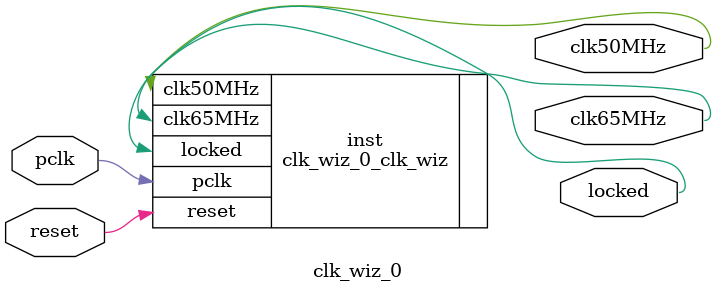
<source format=v>


`timescale 1ps/1ps

(* CORE_GENERATION_INFO = "clk_wiz_0,clk_wiz_v5_4_2_0,{component_name=clk_wiz_0,use_phase_alignment=true,use_min_o_jitter=false,use_max_i_jitter=false,use_dyn_phase_shift=false,use_inclk_switchover=false,use_dyn_reconfig=false,enable_axi=0,feedback_source=FDBK_AUTO,PRIMITIVE=MMCM,num_out_clk=2,clkin1_period=10.000,clkin2_period=10.000,use_power_down=false,use_reset=true,use_locked=true,use_inclk_stopped=false,feedback_type=SINGLE,CLOCK_MGR_TYPE=NA,manual_override=false}" *)

module clk_wiz_0 
 (
  // Clock out ports
  output        clk50MHz,
  output        clk65MHz,
  // Status and control signals
  input         reset,
  output        locked,
 // Clock in ports
  input         pclk
 );

  clk_wiz_0_clk_wiz inst
  (
  // Clock out ports  
  .clk50MHz(clk50MHz),
  .clk65MHz(clk65MHz),
  // Status and control signals               
  .reset(reset), 
  .locked(locked),
 // Clock in ports
  .pclk(pclk)
  );

endmodule

</source>
